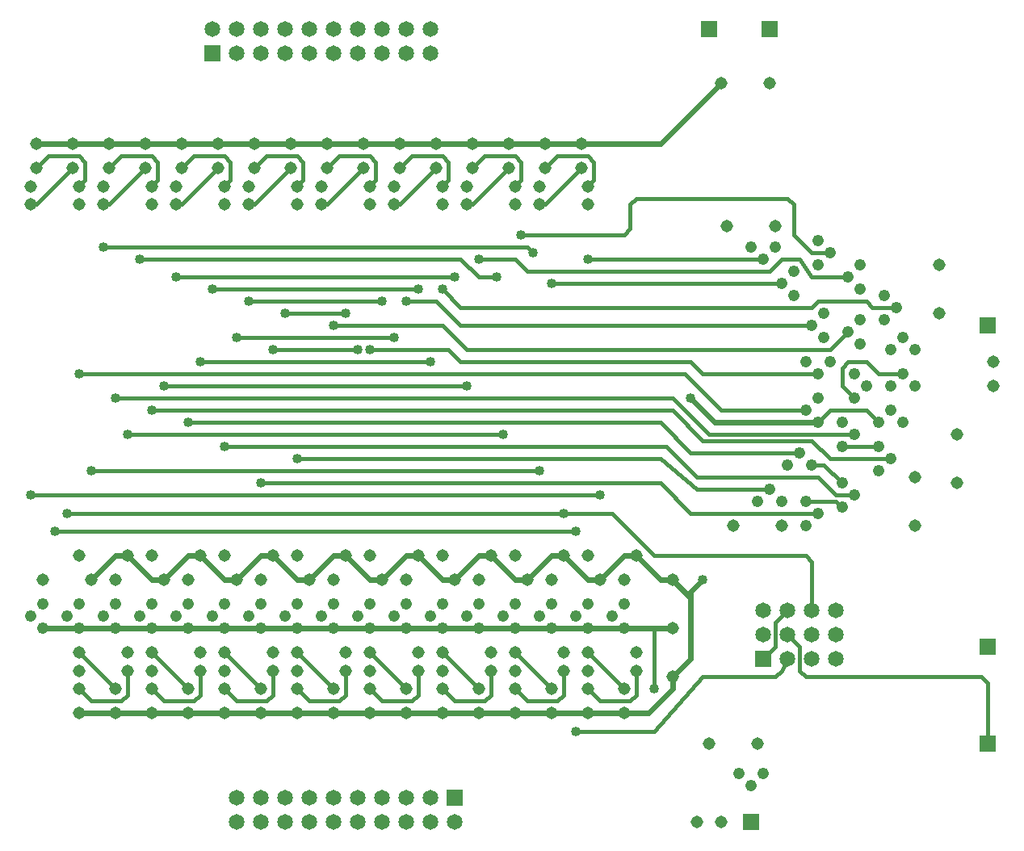
<source format=gtl>
G04 Output by ViewMate Deluxe V11.0.9  PentaLogix LLC*
G04 Tue Dec 09 15:32:49 2014*
%FSLAX33Y33*%
%MOMM*%
%IPPOS*%
%ADD10R,1.651X1.651*%
%ADD11C,1.651*%
%ADD12C,1.3081*%
%ADD13C,1.209*%
%ADD14R,1.8009X1.8009*%
%ADD15C,0.4064*%
%ADD16C,1.016*%
%ADD17C,0.6096*%

%LPD*%
X0Y0D2*D15*G1X78994Y27622D2*X80264Y28892D1*X2794Y75248D2*X2159Y75248D1*X46609Y67628D2*X17399Y67628D1*X51054Y67628D2*X49149Y67628D1*X61214Y77788D2*X60579Y77152D1*X59944Y79058D2*X56134Y75248D1*X55499Y75248*X52959Y77152D2*X53594Y77788D1*X53594Y79692*X52324Y79058D2*X48514Y75248D1*X47879Y75248*X45974Y79692D2*X45339Y80328D1*X42164Y80328*X40894Y79058*X38354Y77788D2*X37719Y77152D1*X37084Y79058D2*X33274Y75248D1*X32639Y75248*X30734Y79692D2*X30099Y80328D1*X26924Y80328*X25654Y79058*X21844Y79058D2*X18034Y75248D1*X17399Y75248*X15494Y79692D2*X14859Y80328D1*X11684Y80328*X10414Y79058*X7874Y77788D2*X7239Y77152D1*X2794Y75248D2*X6604Y79058D1*X2794Y79058D2*X4064Y80328D1*X7239Y80328*X7874Y79692*X7874Y77788*X9779Y75248D2*X10414Y75248D1*X14224Y79058*X14859Y77152D2*X15494Y77788D1*X15494Y79692*X18034Y79058D2*X19304Y80328D1*X22479Y80328*X23114Y79692*X23114Y77788*X22479Y77152*X25019Y75248D2*X25654Y75248D1*X29464Y79058*X30099Y77152D2*X30734Y77788D1*X30734Y79692*X33274Y79058D2*X34544Y80328D1*X37719Y80328*X38354Y79692*X38354Y77788*X40259Y75248D2*X40894Y75248D1*X44704Y79058*X45339Y77152D2*X45974Y77788D1*X45974Y79692*X48514Y79058D2*X49784Y80328D1*X52959Y80328*X53594Y79692*X56134Y79058D2*X57404Y80328D1*X60579Y80328*X61214Y79692*X61214Y77788*X60579Y69532D2*X78994Y69532D1*X80899Y66992D2*X56769Y66992D1*X85979Y70168D2*X84074Y70168D1*X82169Y72072*X82169Y75248*X81534Y75882*X65659Y75882*X65024Y75248*X65024Y72708*X64389Y72072*X53594Y72072*X54864Y70168D2*X54229Y70802D1*X9779Y70802*X13589Y69532D2*X47244Y69532D1*X49149Y67628*X49149Y69532D2*X52959Y69532D1*X54229Y68262*X79629Y68262*X80899Y69532*X82804Y69532*X84074Y67628*X87884Y67628*X85979Y60008D2*X87884Y61912D1*X84074Y62548D2*X47244Y62548D1*X44704Y65088*X30099Y48578D2*X68199Y48578D1*X72009Y45402*X79629Y45402*X86614Y44768D2*X88519Y44768D1*X87249Y43498D2*X86614Y44132D1*X83439Y44132*X84709Y42862D2*X71374Y42862D1*X68199Y46038*X26289Y46038*X22479Y49848D2*X68834Y49848D1*X72009Y46672*X84709Y46672*X86614Y44768*X87249Y46038D2*X85344Y47942D1*X84074Y47942*X82804Y49212D2*X71374Y49212D1*X68199Y52388*X18669Y52388*X47879Y56198D2*X16129Y56198D1*X19939Y58738D2*X44069Y58738D1*X40259Y61278D2*X23749Y61278D1*X33909Y62548D2*X45339Y62548D1*X47879Y60008*X85979Y60008*X84709Y57468D2*X72644Y57468D1*X71374Y58738*X47244Y58738*X45974Y60008*X37719Y60008*X27559Y60008D2*X36449Y60008D1*X35179Y63818D2*X28829Y63818D1*X25019Y65088D2*X38989Y65088D1*X42799Y66358D2*X21209Y66358D1*X44704Y65088D2*X41529Y65088D1*X45339Y66358D2*X47244Y64452D1*X84074Y64452*X84709Y65088*X89789Y65088*X90424Y64452*X92964Y64452*X93599Y57468D2*X91059Y57468D1*X89789Y58738*X87884Y58738*X87249Y58102*X87249Y56198*X88519Y54928*X91059Y52388D2*X89789Y53658D1*X85979Y53658*X84709Y52388*X83439Y53658D2*X74549Y53658D1*X70739Y57468*X7239Y57468*X11049Y54928D2*X69469Y54928D1*X73279Y51118*X88519Y51118*X91059Y49848D2*X87249Y49848D1*X92329Y48578D2*X85979Y48578D1*X84074Y50482*X72644Y50482*X69469Y53658*X67564Y53658*X14859Y53658*X51689Y51118D2*X12319Y51118D1*X8509Y47308D2*X55499Y47308D1*X61849Y44768D2*X2159Y44768D1*X4699Y40958D2*X59309Y40958D1*X5969Y42862D2*X58039Y42862D1*X63119Y42862*X67564Y38418*X83439Y38418*X84074Y37782*X84074Y32702*X102489Y18732D2*X102489Y25082D1*X101854Y25718*X83439Y25718*X82804Y26352*X82804Y28892*X81534Y30162*X81534Y32702D2*X80264Y31432D1*X80264Y28892*X81534Y27622D2*X80899Y26352D1*X80264Y25718*X72644Y25718*X67564Y20002*X67564Y30798D2*X67564Y24448D1*X64389Y24448D2*X60579Y28258D1*X65659Y26352D2*X65659Y23812D1*X65024Y23178*X61849Y23178*X60579Y24448*X58039Y26352D2*X58039Y23812D1*X57404Y23178*X52959Y28258D2*X56769Y24448D1*X50419Y23812D2*X50419Y26352D1*X45339Y28258D2*X49149Y24448D1*X42799Y23812D2*X42164Y23178D1*X38989Y23178*X37719Y24448*X30099Y28258D2*X33909Y24448D1*X27559Y23812D2*X26924Y23178D1*X23749Y23178*X22479Y24448*X14859Y28258D2*X18669Y24448D1*X12319Y23812D2*X12319Y26352D1*X7239Y28258D2*X11049Y24448D1*X7239Y24448D2*X8509Y23178D1*X11684Y23178*X12319Y23812*X14859Y24448D2*X16129Y23178D1*X19304Y23178*X19939Y23812*X19939Y26352*X26289Y24448D2*X22479Y28258D1*X27559Y23812D2*X27559Y26352D1*X30099Y24448D2*X31369Y23178D1*X34544Y23178*X35179Y23812*X35179Y26352*X41529Y24448D2*X37719Y28258D1*X42799Y23812D2*X42799Y26352D1*X45339Y24448D2*X46609Y23178D1*X49784Y23178*X50419Y23812*X52959Y24448D2*X54229Y23178D1*X57404Y23178*X67564Y20002D2*X59309Y20002D1*D17*X7239Y21908D2*X11049Y21908D1*X14859Y21908*X18669Y21908*X22479Y21908*X26289Y21908*X30099Y21908*X33909Y21908*X37719Y21908*X41529Y21908*X45339Y21908*X49149Y21908*X52959Y21908*X56769Y21908*X60579Y21908*X64389Y21908*X66929Y21908*X69469Y24448*X69469Y25718*X71374Y27622*X71374Y33972*X69469Y30798D2*X67564Y30798D1*X64389Y30798*X60579Y30798*X56769Y30798*X52959Y30798*X49149Y30798*X45339Y30798*X41529Y30798*X37719Y30798*X33909Y30798*X30099Y30798*X26289Y30798*X22479Y30798*X18669Y30798*X14859Y30798*X11049Y30798*X7239Y30798*X3429Y30798*X8509Y35878D2*X11049Y38418D1*X12319Y38418*X14859Y35878*X16129Y35878*X18669Y38418*X19939Y38418*X22479Y35878*X23749Y35878*X26289Y38418*X27559Y38418*X30099Y35878*X31369Y35878*X33909Y38418*X35179Y38418*X37719Y35878*X38989Y35878*X41529Y38418*X42799Y38418*X45339Y35878*X46609Y35878*X49149Y38418*X50419Y38418*X52959Y35878*X54229Y35878*X56769Y38418*X58039Y38418*X60579Y35878*X61849Y35878*X64389Y38418*X65659Y38418*X68199Y35878*X69469Y35878*X71374Y33972*X71374Y34608*X72644Y35878*X84709Y52388D2*X73914Y52388D1*X71374Y54928*X74549Y87948D2*X68199Y81598D1*X59944Y81598*X56134Y81598*X52324Y81598*X48514Y81598*X44704Y81598*X40894Y81598*X37084Y81598*X33274Y81598*X29464Y81598*X2794Y81598D2*X6604Y81598D1*X10414Y81598*X14224Y81598*X18034Y81598*X21844Y81598*X25654Y81598*X29464Y81598*D10*X21209Y91122D3*X78994Y27622D3*X46609Y13018D3*D11*X23749Y13018D3*X23749Y10478D3*X26289Y10478D3*X26289Y13018D3*X28829Y13018D3*X28829Y10478D3*X31369Y10478D3*X31369Y13018D3*X33909Y13018D3*X33909Y10478D3*X36449Y10478D3*X36449Y13018D3*X38989Y13018D3*X38989Y10478D3*X41529Y10478D3*X41529Y13018D3*X44069Y13018D3*X44069Y10478D3*X46609Y10478D3*X84074Y32702D3*X86614Y32702D3*X86614Y30162D3*X86614Y27622D3*X84074Y27622D3*X84074Y30162D3*X78994Y30162D3*X81534Y27622D3*X81534Y30162D3*X81534Y32702D3*X78994Y32702D3*X44069Y91122D3*X44069Y93662D3*X41529Y93662D3*X41529Y91122D3*X38989Y91122D3*X38989Y93662D3*X36449Y93662D3*X36449Y91122D3*X33909Y91122D3*X33909Y93662D3*X31369Y93662D3*X31369Y91122D3*X28829Y91122D3*X28829Y93662D3*X26289Y93662D3*X26289Y91122D3*X23749Y91122D3*X23749Y93662D3*X21209Y93662D3*D12*X72009Y10478D3*X74549Y10478D3*X78359Y18732D3*X73279Y18732D3*X75819Y41592D3*X80899Y41592D3*X94869Y41592D3*X94869Y46672D3*X99314Y46038D3*X99314Y51118D3*X103124Y56198D3*X103124Y58738D3*X97409Y63818D3*X97409Y68898D3*X74549Y87948D3*X79629Y87948D3*X80264Y73025D3*X75184Y73025D3*X60579Y75248D3*X60579Y77152D3*X59944Y79058D3*X59944Y81598D3*X56134Y81598D3*X56134Y79058D3*X55499Y77152D3*X55499Y75248D3*X52959Y75248D3*X52959Y77152D3*X52324Y79058D3*X52324Y81598D3*X48514Y81598D3*X48514Y79058D3*X47879Y77152D3*X47879Y75248D3*X45339Y75248D3*X45339Y77152D3*X44704Y79058D3*X44704Y81598D3*X40894Y81598D3*X40894Y79058D3*X40259Y77152D3*X40259Y75248D3*X37719Y75248D3*X37719Y77152D3*X37084Y79058D3*X37084Y81598D3*X33274Y81598D3*X33274Y79058D3*X32639Y77152D3*X32639Y75248D3*X30099Y75248D3*X30099Y77152D3*X29464Y79058D3*X29464Y81598D3*X25654Y81598D3*X25654Y79058D3*X25019Y77152D3*X25019Y75248D3*X22479Y75248D3*X22479Y77152D3*X21844Y79058D3*X21844Y81598D3*X18034Y81598D3*X18034Y79058D3*X17399Y77152D3*X17399Y75248D3*X14859Y75248D3*X14859Y77152D3*X14224Y79058D3*X14224Y81598D3*X2794Y81598D3*X2794Y79058D3*X2159Y77152D3*X2159Y75248D3*X7239Y75248D3*X7239Y77152D3*X6604Y79058D3*X6604Y81598D3*X10414Y81598D3*X10414Y79058D3*X9779Y77152D3*X9779Y75248D3*X11049Y21908D3*X3429Y35878D3*X7239Y38418D3*X8509Y35878D3*X11049Y35878D3*X12319Y38418D3*X14859Y38418D3*X16129Y35878D3*X18669Y35878D3*X19939Y38418D3*X22479Y38418D3*X23749Y35878D3*X26289Y35878D3*X27559Y38418D3*X30099Y38418D3*X31369Y35878D3*X33909Y35878D3*X35179Y38418D3*X37719Y38418D3*X38989Y35878D3*X41529Y35878D3*X42799Y38418D3*X45339Y38418D3*X46609Y35878D3*X49149Y35878D3*X50419Y38418D3*X52959Y38418D3*X54229Y35878D3*X56769Y35878D3*X58039Y38418D3*X60579Y38418D3*X61849Y35878D3*X64389Y35878D3*X65659Y38418D3*X69469Y35878D3*X69469Y30798D3*X69469Y25718D3*X65659Y28258D3*X65659Y26352D3*X64389Y24448D3*X64389Y21908D3*X60579Y21908D3*X60579Y24448D3*X60579Y26352D3*X60579Y28258D3*X58039Y28258D3*X58039Y26352D3*X56769Y24448D3*X56769Y21908D3*X52959Y21908D3*X52959Y24448D3*X52959Y26352D3*X52959Y28258D3*X50419Y28258D3*X50419Y26352D3*X49149Y24448D3*X49149Y21908D3*X45339Y21908D3*X45339Y24448D3*X45339Y26352D3*X45339Y28258D3*X42799Y28258D3*X42799Y26352D3*X41529Y24448D3*X41529Y21908D3*X37719Y21908D3*X37719Y24448D3*X37719Y26352D3*X37719Y28258D3*X35179Y28258D3*X35179Y26352D3*X33909Y24448D3*X33909Y21908D3*X30099Y21908D3*X30099Y24448D3*X30099Y26352D3*X30099Y28258D3*X27559Y28258D3*X27559Y26352D3*X26289Y24448D3*X26289Y21908D3*X22479Y21908D3*X22479Y24448D3*X22479Y26352D3*X22479Y28258D3*X19939Y28258D3*X19939Y26352D3*X18669Y24448D3*X18669Y21908D3*X14859Y21908D3*X14859Y24448D3*X14859Y26352D3*X14859Y28258D3*X12319Y28258D3*X12319Y26352D3*X11049Y24448D3*X7239Y28258D3*X7239Y26352D3*X7239Y24448D3*X7239Y21908D3*D13*X92329Y60008D3*X93599Y61278D3*X94869Y60008D3*X94869Y56198D3*X93599Y57468D3*X92329Y56198D3*X93599Y52388D3*X92329Y53658D3*X91059Y52388D3*X91059Y47308D3*X92329Y48578D3*X91059Y49848D3*X87249Y49848D3*X88519Y51118D3*X87249Y52388D3*X88519Y54928D3*X89789Y56198D3*X88519Y57468D3*X85979Y58738D3*X80264Y70802D3*X77724Y70802D3*X78994Y69532D3*X82169Y65722D3*X80899Y66992D3*X82169Y68262D3*X84709Y71438D3*X84709Y68898D3*X85979Y70168D3*X89154Y68898D3*X87884Y67628D3*X89154Y66358D3*X91694Y65722D3*X92964Y64452D3*X91694Y63182D3*X89154Y63182D3*X89154Y60642D3*X87884Y61912D3*X85344Y63818D3*X84074Y62548D3*X85344Y61278D3*X83439Y58738D3*X84709Y57468D3*X84709Y54928D3*X83439Y53658D3*X84709Y52388D3*X81534Y47942D3*X82804Y49212D3*X84074Y47942D3*X87249Y46038D3*X88519Y44768D3*X87249Y43498D3*X83439Y41592D3*X84709Y42862D3*X83439Y44132D3*X80899Y44132D3*X79629Y45402D3*X78359Y44132D3*X3429Y33338D3*X2159Y32068D3*X3429Y30798D3*X7239Y30798D3*X5969Y32068D3*X7239Y33338D3*X11049Y33338D3*X9779Y32068D3*X11049Y30798D3*X14859Y30798D3*X13589Y32068D3*X14859Y33338D3*X18669Y33338D3*X17399Y32068D3*X18669Y30798D3*X22479Y30798D3*X21209Y32068D3*X22479Y33338D3*X26289Y33338D3*X25019Y32068D3*X26289Y30798D3*X30099Y30798D3*X28829Y32068D3*X30099Y33338D3*X33909Y33338D3*X32639Y32068D3*X33909Y30798D3*X37719Y30798D3*X36449Y32068D3*X37719Y33338D3*X41529Y33338D3*X40259Y32068D3*X41529Y30798D3*X45339Y30798D3*X44069Y32068D3*X45339Y33338D3*X49149Y33338D3*X47879Y32068D3*X49149Y30798D3*X52959Y30798D3*X51689Y32068D3*X52959Y33338D3*X56769Y33338D3*X55499Y32068D3*X56769Y30798D3*X60579Y30798D3*X59309Y32068D3*X60579Y33338D3*X64389Y33338D3*X63119Y32068D3*X64389Y30798D3*X78994Y15558D3*X77724Y14288D3*X76454Y15558D3*D14*X77724Y10478D3*X102489Y18732D3*X102489Y28892D3*X73279Y93662D3*X79629Y93662D3*X102489Y62548D3*D16*X28829Y63818D3*X27559Y60008D3*X2159Y44768D3*X4699Y40958D3*X5969Y42862D3*X8509Y47308D3*X12319Y51118D3*X11049Y54928D3*X7239Y57468D3*X9779Y70802D3*X13589Y69532D3*X17399Y67628D3*X21209Y66358D3*X25019Y65088D3*X23749Y61278D3*X19939Y58738D3*X16129Y56198D3*X14859Y53658D3*X18669Y52388D3*X22479Y49848D3*X26289Y46038D3*X30099Y48578D3*X59309Y20002D3*X67564Y24448D3*X71374Y54928D3*X60579Y69532D3*X56769Y66992D3*X53594Y72072D3*X54864Y70168D3*X51054Y67628D3*X49149Y69532D3*X46609Y67628D3*X45339Y66358D3*X42799Y66358D3*X41529Y65088D3*X38989Y65088D3*X35179Y63818D3*X33909Y62548D3*X36449Y60008D3*X37719Y60008D3*X40259Y61278D3*X44069Y58738D3*X47879Y56198D3*X51689Y51118D3*X55499Y47308D3*X58039Y42862D3*X59309Y40958D3*X61849Y44768D3*X72644Y35878D3*X0Y0D2*M02*
</source>
